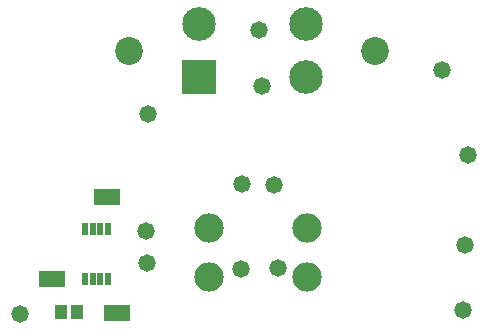
<source format=gbr>
%TF.GenerationSoftware,Altium Limited,Altium Designer,19.0.10 (269)*%
G04 Layer_Color=8388736*
%FSLAX26Y26*%
%MOIN*%
%TF.FileFunction,Soldermask,Top*%
%TF.Part,Single*%
G01*
G75*
%TA.AperFunction,SMDPad,CuDef*%
%ADD27R,0.088709X0.053276*%
%ADD28R,0.024535X0.043000*%
%TA.AperFunction,ComponentPad*%
%ADD30C,0.098000*%
%ADD31C,0.111937*%
%ADD32C,0.093039*%
%ADD33R,0.111937X0.111937*%
%TA.AperFunction,ViaPad*%
%ADD34C,0.058000*%
%TA.AperFunction,SMDPad,CuDef*%
%ADD38R,0.043433X0.047370*%
D27*
X597000Y73000D02*
D03*
X379000Y186000D02*
D03*
X563693Y461307D02*
D03*
D28*
X490614Y188106D02*
D03*
X516205D02*
D03*
X541795D02*
D03*
X567386D02*
D03*
X490614Y353894D02*
D03*
X516205D02*
D03*
X541795D02*
D03*
X567386D02*
D03*
D30*
X905000Y358000D02*
D03*
Y193000D02*
D03*
X1230000Y358000D02*
D03*
Y193000D02*
D03*
D31*
X868945Y1036000D02*
D03*
X1228000D02*
D03*
Y860803D02*
D03*
D32*
X638472Y948323D02*
D03*
X1458551D02*
D03*
D33*
X868945Y860803D02*
D03*
D34*
X699000Y737000D02*
D03*
X1680000Y885000D02*
D03*
X1070000Y1017000D02*
D03*
X1079000Y829000D02*
D03*
X1122000Y502000D02*
D03*
X1012000Y222000D02*
D03*
X1134000Y225000D02*
D03*
X1014000Y505000D02*
D03*
X1767000Y602000D02*
D03*
X695000Y347000D02*
D03*
X275000Y69000D02*
D03*
X697000Y240000D02*
D03*
X1756000Y300000D02*
D03*
X1751000Y85000D02*
D03*
D38*
X409425Y78000D02*
D03*
X462575D02*
D03*
%TF.MD5,1a51f4efe8dfd756b9ac9085916a8a3e*%
M02*

</source>
